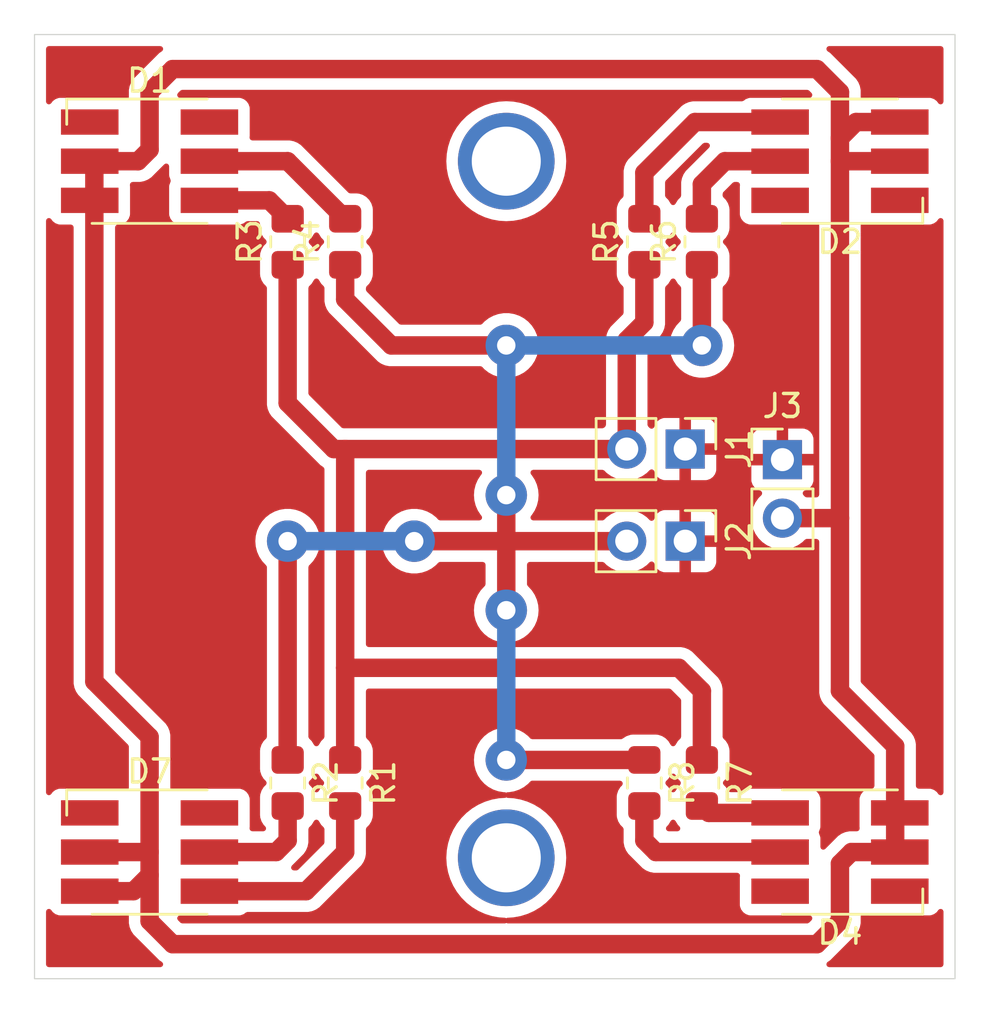
<source format=kicad_pcb>
(kicad_pcb (version 20240108) (generator "pcbnew") (generator_version "8.0")
  (layers (0 "F.Cu" signal) (31 "B.Cu" signal) (34 "B.Paste" user) (35 "F.Paste" user) (36 "B.SilkS" user "B.Silkscreen") (37 "F.SilkS" user "F.Silkscreen") (38 "B.Mask" user) (39 "F.Mask" user) (44 "Edge.Cuts" user))
  (net 0 "")
  (net 1 "Net-(D1-GK)")
  (net 2 "/VCC")
  (net 3 "Net-(D1-RK)")
  (net 4 "Net-(D2-RK)")
  (net 5 "Net-(D2-GK)")
  (net 6 "Net-(D4-GK)")
  (net 7 "Net-(D4-RK)")
  (net 8 "GND")
  (net 9 "/RED")
  (net 10 "/GR")
  (net 17 "Net-(D7-GK)")
  (net 18 "Net-(D7-RK)")
  (net 21 "/RED1")
  (net 22 "/GR1")
  (footprint "LED_SMD_Handsolder:LED_RGB_5050-6-HandSolder" (layer "F.Cu") (at 90 60)
    (property "Reference" "D7" (at 0 -3.5 180) (layer "F.SilkS"))
    (property "Value" "SMLVN6RGB")
    (fp_line (start -3.6 -2.7) (end 2.5 -2.7) (stroke (width 0.12)) (layer "F.SilkS"))
    (fp_line (start -3.6 -1.6) (end -3.6 -2.7) (stroke (width 0.12)) (layer "F.SilkS"))
    (fp_line (start 2.5 2.7) (end -2.5 2.7) (stroke (width 0.12)) (layer "F.SilkS"))
    (pad "1" smd rect (at -2.6 -1.7 90) (size 1.1 2.5) (layers "F.Cu" "F.Paste" "F.Mask"))
    (pad "2" smd rect (at -2.6 0 90) (size 1.1 2.5) (layers "F.Cu" "F.Paste" "F.Mask") (net 2 "/VCC"))
    (pad "3" smd rect (at -2.6 1.7 90) (size 1.1 2.5) (layers "F.Cu" "F.Paste" "F.Mask") (net 2 "/VCC"))
    (pad "4" smd rect (at 2.6 1.7 90) (size 1.1 2.5) (layers "F.Cu" "F.Paste" "F.Mask") (net 17 "Net-(D7-GK)"))
    (pad "5" smd rect (at 2.6 0 90) (size 1.1 2.5) (layers "F.Cu" "F.Paste" "F.Mask") (net 18 "Net-(D7-RK)"))
    (pad "6" smd rect (at 2.6 -1.7 90) (size 1.1 2.5) (layers "F.Cu" "F.Paste" "F.Mask"))
  )
  (footprint "Resistor_SMD:R_0805_2012Metric_Pad1.20x1.40mm_HandSolder" (layer "F.Cu") (at 111.5 33.5 90)
    (property "Reference" "R5" (at 0 -1.65 -90) (layer "F.SilkS"))
    (property "Value" "R")
    (fp_line (start -0.227064 -0.735) (end 0.227064 -0.735) (stroke (width 0.12)) (layer "F.SilkS"))
    (fp_line (start -0.227064 0.735) (end 0.227064 0.735) (stroke (width 0.12)) (layer "F.SilkS"))
    (pad "1" smd roundrect (at -1 0 90) (size 1.2 1.4) (layers "F.Cu" "F.Paste" "F.Mask") (roundrect_rratio 0.208333) (net 9 "/RED"))
    (pad "2" smd roundrect (at 1 0 90) (size 1.2 1.4) (layers "F.Cu" "F.Paste" "F.Mask") (roundrect_rratio 0.208333) (net 5 "Net-(D2-GK)"))
  )
  (footprint "Resistor_SMD:R_0805_2012Metric_Pad1.20x1.40mm_HandSolder" (layer "F.Cu") (at 111.5 57 -90)
    (property "Reference" "R8" (at 0 -1.65 90) (layer "F.SilkS"))
    (property "Value" "R")
    (fp_line (start -0.227064 0.735) (end 0.227064 0.735) (stroke (width 0.12)) (layer "F.SilkS"))
    (fp_line (start -0.227064 -0.735) (end 0.227064 -0.735) (stroke (width 0.12)) (layer "F.SilkS"))
    (pad "1" smd roundrect (at -1 0 270) (size 1.2 1.4) (layers "F.Cu" "F.Paste" "F.Mask") (roundrect_rratio 0.208333) (net 10 "/GR"))
    (pad "2" smd roundrect (at 1 0 270) (size 1.2 1.4) (layers "F.Cu" "F.Paste" "F.Mask") (roundrect_rratio 0.208333) (net 7 "Net-(D4-RK)"))
  )
  (footprint "Resistor_SMD:R_0805_2012Metric_Pad1.20x1.40mm_HandSolder" (layer "F.Cu") (at 98.5 33.5 90)
    (property "Reference" "R4" (at 0 -1.65 -90) (layer "F.SilkS"))
    (property "Value" "R")
    (fp_line (start -0.227064 -0.735) (end 0.227064 -0.735) (stroke (width 0.12)) (layer "F.SilkS"))
    (fp_line (start -0.227064 0.735) (end 0.227064 0.735) (stroke (width 0.12)) (layer "F.SilkS"))
    (pad "1" smd roundrect (at -1 0 90) (size 1.2 1.4) (layers "F.Cu" "F.Paste" "F.Mask") (roundrect_rratio 0.208333) (net 10 "/GR"))
    (pad "2" smd roundrect (at 1 0 90) (size 1.2 1.4) (layers "F.Cu" "F.Paste" "F.Mask") (roundrect_rratio 0.208333) (net 3 "Net-(D1-RK)"))
  )
  (footprint "LED_SMD_Handsolder:LED_RGB_5050-6-HandSolder" (layer "F.Cu") (at 120 30 180)
    (property "Reference" "D2" (at 0 -3.5 0) (layer "F.SilkS"))
    (property "Value" "SMLVN6RGB")
    (fp_line (start 2.5 2.7) (end -2.5 2.7) (stroke (width 0.12)) (layer "F.SilkS"))
    (fp_line (start -3.6 -1.6) (end -3.6 -2.7) (stroke (width 0.12)) (layer "F.SilkS"))
    (fp_line (start -3.6 -2.7) (end 2.5 -2.7) (stroke (width 0.12)) (layer "F.SilkS"))
    (pad "1" smd rect (at -2.6 -1.7 270) (size 1.1 2.5) (layers "F.Cu" "F.Paste" "F.Mask"))
    (pad "2" smd rect (at -2.6 0 270) (size 1.1 2.5) (layers "F.Cu" "F.Paste" "F.Mask") (net 2 "/VCC"))
    (pad "3" smd rect (at -2.6 1.7 270) (size 1.1 2.5) (layers "F.Cu" "F.Paste" "F.Mask") (net 2 "/VCC"))
    (pad "4" smd rect (at 2.6 1.7 270) (size 1.1 2.5) (layers "F.Cu" "F.Paste" "F.Mask") (net 5 "Net-(D2-GK)"))
    (pad "5" smd rect (at 2.6 0 270) (size 1.1 2.5) (layers "F.Cu" "F.Paste" "F.Mask") (net 4 "Net-(D2-RK)"))
    (pad "6" smd rect (at 2.6 -1.7 270) (size 1.1 2.5) (layers "F.Cu" "F.Paste" "F.Mask"))
  )
  (footprint "Resistor_SMD:R_0805_2012Metric_Pad1.20x1.40mm_HandSolder" (layer "F.Cu") (at 98.5 57 -90)
    (property "Reference" "R1" (at 0 -1.65 90) (layer "F.SilkS"))
    (property "Value" "R")
    (fp_line (start -0.227064 0.735) (end 0.227064 0.735) (stroke (width 0.12)) (layer "F.SilkS"))
    (fp_line (start -0.227064 -0.735) (end 0.227064 -0.735) (stroke (width 0.12)) (layer "F.SilkS"))
    (pad "1" smd roundrect (at -1 0 270) (size 1.2 1.4) (layers "F.Cu" "F.Paste" "F.Mask") (roundrect_rratio 0.208333) (net 9 "/RED"))
    (pad "2" smd roundrect (at 1 0 270) (size 1.2 1.4) (layers "F.Cu" "F.Paste" "F.Mask") (roundrect_rratio 0.208333) (net 17 "Net-(D7-GK)"))
  )
  (footprint "Resistor_SMD:R_0805_2012Metric_Pad1.20x1.40mm_HandSolder" (layer "F.Cu") (at 114 33.5 90)
    (property "Reference" "R6" (at 0 -1.65 -90) (layer "F.SilkS"))
    (property "Value" "R")
    (fp_line (start -0.227064 -0.735) (end 0.227064 -0.735) (stroke (width 0.12)) (layer "F.SilkS"))
    (fp_line (start -0.227064 0.735) (end 0.227064 0.735) (stroke (width 0.12)) (layer "F.SilkS"))
    (pad "1" smd roundrect (at -1 0 90) (size 1.2 1.4) (layers "F.Cu" "F.Paste" "F.Mask") (roundrect_rratio 0.208333) (net 10 "/GR"))
    (pad "2" smd roundrect (at 1 0 90) (size 1.2 1.4) (layers "F.Cu" "F.Paste" "F.Mask") (roundrect_rratio 0.208333) (net 4 "Net-(D2-RK)"))
  )
  (footprint "Connector_PinHeader_2.54mm:PinHeader_1x02_P2.54mm_Vertical" (layer "F.Cu") (at 113.275 46.5 -90)
    (property "Reference" "J2" (at 0 -2.33 90) (layer "F.SilkS"))
    (property "Value" "Conn_01x02_Pin")
    (fp_line (start -1.33 3.87) (end 1.33 3.87) (stroke (width 0.12)) (layer "F.SilkS"))
    (fp_line (start -1.33 1.27) (end -1.33 3.87) (stroke (width 0.12)) (layer "F.SilkS"))
    (fp_line (start -1.33 1.27) (end 1.33 1.27) (stroke (width 0.12)) (layer "F.SilkS"))
    (fp_line (start 1.33 1.27) (end 1.33 3.87) (stroke (width 0.12)) (layer "F.SilkS"))
    (fp_line (start -1.33 0) (end -1.33 -1.33) (stroke (width 0.12)) (layer "F.SilkS"))
    (fp_line (start -1.33 -1.33) (end 0 -1.33) (stroke (width 0.12)) (layer "F.SilkS"))
    (pad "1" thru_hole rect (at 0 0 270) (size 1.7 1.7) (drill 1) (layers "*.Cu" "*.Mask") (net 8 "GND"))
    (pad "2" thru_hole oval (at 0 2.54 270) (size 1.7 1.7) (drill 1) (layers "*.Cu" "*.Mask") (net 22 "/GR1"))
  )
  (footprint "Resistor_SMD:R_0805_2012Metric_Pad1.20x1.40mm_HandSolder" (layer "F.Cu") (at 96 33.5 90)
    (property "Reference" "R3" (at 0 -1.65 -90) (layer "F.SilkS"))
    (property "Value" "R")
    (fp_line (start -0.227064 -0.735) (end 0.227064 -0.735) (stroke (width 0.12)) (layer "F.SilkS"))
    (fp_line (start -0.227064 0.735) (end 0.227064 0.735) (stroke (width 0.12)) (layer "F.SilkS"))
    (pad "1" smd roundrect (at -1 0 90) (size 1.2 1.4) (layers "F.Cu" "F.Paste" "F.Mask") (roundrect_rratio 0.208333) (net 9 "/RED"))
    (pad "2" smd roundrect (at 1 0 90) (size 1.2 1.4) (layers "F.Cu" "F.Paste" "F.Mask") (roundrect_rratio 0.208333) (net 1 "Net-(D1-GK)"))
  )
  (footprint "Connector_PinHeader_2.54mm:PinHeader_1x02_P2.54mm_Vertical" (layer "F.Cu") (at 113.275 42.5 -90)
    (property "Reference" "J1" (at 0 -2.33 90) (layer "F.SilkS"))
    (property "Value" "Conn_01x02_Pin")
    (fp_line (start -1.33 3.87) (end 1.33 3.87) (stroke (width 0.12)) (layer "F.SilkS"))
    (fp_line (start -1.33 1.27) (end -1.33 3.87) (stroke (width 0.12)) (layer "F.SilkS"))
    (fp_line (start -1.33 1.27) (end 1.33 1.27) (stroke (width 0.12)) (layer "F.SilkS"))
    (fp_line (start 1.33 1.27) (end 1.33 3.87) (stroke (width 0.12)) (layer "F.SilkS"))
    (fp_line (start -1.33 0) (end -1.33 -1.33) (stroke (width 0.12)) (layer "F.SilkS"))
    (fp_line (start -1.33 -1.33) (end 0 -1.33) (stroke (width 0.12)) (layer "F.SilkS"))
    (pad "1" thru_hole rect (at 0 0 270) (size 1.7 1.7) (drill 1) (layers "*.Cu" "*.Mask") (net 8 "GND"))
    (pad "2" thru_hole oval (at 0 2.54 270) (size 1.7 1.7) (drill 1) (layers "*.Cu" "*.Mask") (net 21 "/RED1"))
  )
  (footprint "Resistor_SMD:R_0805_2012Metric_Pad1.20x1.40mm_HandSolder" (layer "F.Cu") (at 96 57 -90)
    (property "Reference" "R2" (at 0 -1.65 90) (layer "F.SilkS"))
    (property "Value" "R")
    (fp_line (start -0.227064 0.735) (end 0.227064 0.735) (stroke (width 0.12)) (layer "F.SilkS"))
    (fp_line (start -0.227064 -0.735) (end 0.227064 -0.735) (stroke (width 0.12)) (layer "F.SilkS"))
    (pad "1" smd roundrect (at -1 0 270) (size 1.2 1.4) (layers "F.Cu" "F.Paste" "F.Mask") (roundrect_rratio 0.208333) (net 10 "/GR"))
    (pad "2" smd roundrect (at 1 0 270) (size 1.2 1.4) (layers "F.Cu" "F.Paste" "F.Mask") (roundrect_rratio 0.208333) (net 18 "Net-(D7-RK)"))
  )
  (footprint "LED_SMD_Handsolder:LED_RGB_5050-6-HandSolder" (layer "F.Cu") (at 120 60 180)
    (property "Reference" "D4" (at 0 -3.5 0) (layer "F.SilkS"))
    (property "Value" "SMLVN6RGB")
    (fp_line (start 2.5 2.7) (end -2.5 2.7) (stroke (width 0.12)) (layer "F.SilkS"))
    (fp_line (start -3.6 -1.6) (end -3.6 -2.7) (stroke (width 0.12)) (layer "F.SilkS"))
    (fp_line (start -3.6 -2.7) (end 2.5 -2.7) (stroke (width 0.12)) (layer "F.SilkS"))
    (pad "1" smd rect (at -2.6 -1.7 270) (size 1.1 2.5) (layers "F.Cu" "F.Paste" "F.Mask"))
    (pad "2" smd rect (at -2.6 0 270) (size 1.1 2.5) (layers "F.Cu" "F.Paste" "F.Mask") (net 2 "/VCC"))
    (pad "3" smd rect (at -2.6 1.7 270) (size 1.1 2.5) (layers "F.Cu" "F.Paste" "F.Mask") (net 2 "/VCC"))
    (pad "4" smd rect (at 2.6 1.7 270) (size 1.1 2.5) (layers "F.Cu" "F.Paste" "F.Mask") (net 6 "Net-(D4-GK)"))
    (pad "5" smd rect (at 2.6 0 270) (size 1.1 2.5) (layers "F.Cu" "F.Paste" "F.Mask") (net 7 "Net-(D4-RK)"))
    (pad "6" smd rect (at 2.6 -1.7 270) (size 1.1 2.5) (layers "F.Cu" "F.Paste" "F.Mask"))
  )
  (footprint "LED_SMD_Handsolder:LED_RGB_5050-6-HandSolder" (layer "F.Cu") (at 90 30)
    (property "Reference" "D1" (at 0 -3.5 180) (layer "F.SilkS"))
    (property "Value" "SMLVN6RGB")
    (fp_line (start -3.6 -2.7) (end 2.5 -2.7) (stroke (width 0.12)) (layer "F.SilkS"))
    (fp_line (start -3.6 -1.6) (end -3.6 -2.7) (stroke (width 0.12)) (layer "F.SilkS"))
    (fp_line (start 2.5 2.7) (end -2.5 2.7) (stroke (width 0.12)) (layer "F.SilkS"))
    (pad "1" smd rect (at -2.6 -1.7 90) (size 1.1 2.5) (layers "F.Cu" "F.Paste" "F.Mask"))
    (pad "2" smd rect (at -2.6 0 90) (size 1.1 2.5) (layers "F.Cu" "F.Paste" "F.Mask") (net 2 "/VCC"))
    (pad "3" smd rect (at -2.6 1.7 90) (size 1.1 2.5) (layers "F.Cu" "F.Paste" "F.Mask") (net 2 "/VCC"))
    (pad "4" smd rect (at 2.6 1.7 90) (size 1.1 2.5) (layers "F.Cu" "F.Paste" "F.Mask") (net 1 "Net-(D1-GK)"))
    (pad "5" smd rect (at 2.6 0 90) (size 1.1 2.5) (layers "F.Cu" "F.Paste" "F.Mask") (net 3 "Net-(D1-RK)"))
    (pad "6" smd rect (at 2.6 -1.7 90) (size 1.1 2.5) (layers "F.Cu" "F.Paste" "F.Mask"))
  )
  (footprint "Connector_PinHeader_2.54mm:PinHeader_1x02_P2.54mm_Vertical" (layer "F.Cu") (at 117.5 42.96)
    (property "Reference" "J3" (at 0 -2.33 0) (layer "F.SilkS"))
    (property "Value" "Conn_01x02_Pin")
    (fp_line (start -1.33 -1.33) (end 0 -1.33) (stroke (width 0.12)) (layer "F.SilkS"))
    (fp_line (start -1.33 0) (end -1.33 -1.33) (stroke (width 0.12)) (layer "F.SilkS"))
    (fp_line (start -1.33 1.27) (end -1.33 3.87) (stroke (width 0.12)) (layer "F.SilkS"))
    (fp_line (start -1.33 1.27) (end 1.33 1.27) (stroke (width 0.12)) (layer "F.SilkS"))
    (fp_line (start -1.33 3.87) (end 1.33 3.87) (stroke (width 0.12)) (layer "F.SilkS"))
    (fp_line (start 1.33 1.27) (end 1.33 3.87) (stroke (width 0.12)) (layer "F.SilkS"))
    (pad "1" thru_hole rect (at 0 0) (size 1.7 1.7) (drill 1) (layers "*.Cu" "*.Mask") (net 8 "GND"))
    (pad "2" thru_hole oval (at 0 2.54) (size 1.7 1.7) (drill 1) (layers "*.Cu" "*.Mask") (net 2 "/VCC"))
  )
  (footprint "Resistor_SMD:R_0805_2012Metric_Pad1.20x1.40mm_HandSolder" (layer "F.Cu") (at 114 57 -90)
    (property "Reference" "R7" (at 0 -1.65 90) (layer "F.SilkS"))
    (property "Value" "R")
    (fp_line (start -0.227064 0.735) (end 0.227064 0.735) (stroke (width 0.12)) (layer "F.SilkS"))
    (fp_line (start -0.227064 -0.735) (end 0.227064 -0.735) (stroke (width 0.12)) (layer "F.SilkS"))
    (pad "1" smd roundrect (at -1 0 270) (size 1.2 1.4) (layers "F.Cu" "F.Paste" "F.Mask") (roundrect_rratio 0.208333) (net 9 "/RED"))
    (pad "2" smd roundrect (at 1 0 270) (size 1.2 1.4) (layers "F.Cu" "F.Paste" "F.Mask") (roundrect_rratio 0.208333) (net 6 "Net-(D4-GK)"))
  )
  (gr_rect (start 85 24.5) (end 125 65.5) (stroke (width 0.05)) (fill none) (layer "Edge.Cuts"))
  (via (at 105.5 60.25) (size 4.2) (drill 3) (layers "F.Cu" "B.Cu") (net 0))
  (via (at 105.5 30) (size 4.2) (drill 3) (layers "F.Cu" "B.Cu") (net 0))
  (segment (start 95.2 31.7) (end 96 32.5) (width 0.8) (layer "F.Cu") (net 1))
  (segment (start 92.4 31.7) (end 95.2 31.7) (width 0.8) (layer "F.Cu") (net 1))
  (segment (start 90 29.5) (end 90 27) (width 0.8) (layer "F.Cu") (net 2))
  (segment (start 91 64) (end 119 64) (width 0.8) (layer "F.Cu") (net 2))
  (segment (start 119 64) (end 120 63) (width 0.8) (layer "F.Cu") (net 2))
  (segment (start 120.7 28.3) (end 120 29) (width 0.8) (layer "F.Cu") (net 2))
  (segment (start 120 60.5) (end 120.5 60) (width 0.8) (layer "F.Cu") (net 2))
  (segment (start 90 61) (end 90 63) (width 0.8) (layer "F.Cu") (net 2))
  (segment (start 122.4 60) (end 122.4 55.4) (width 0.8) (layer "F.Cu") (net 2))
  (segment (start 122.4 55.4) (end 121 54) (width 0.8) (layer "F.Cu") (net 2))
  (segment (start 117.5 45.5) (end 120 45.5) (width 0.8) (layer "F.Cu") (net 2))
  (segment (start 120 45.5) (end 120 53) (width 0.8) (layer "F.Cu") (net 2))
  (segment (start 87.6 30) (end 89.5 30) (width 0.8) (layer "F.Cu") (net 2))
  (segment (start 90 63) (end 91 64) (width 0.8) (layer "F.Cu") (net 2))
  (segment (start 120 63) (end 120 60.5) (width 0.8) (layer "F.Cu") (net 2))
  (segment (start 120.5 60) (end 122.4 60) (width 0.8) (layer "F.Cu") (net 2))
  (segment (start 87.6 52.6) (end 90 55) (width 0.8) (layer "F.Cu") (net 2))
  (segment (start 120 27) (end 120 29) (width 0.8) (layer "F.Cu") (net 2))
  (segment (start 90 27) (end 91 26) (width 0.8) (layer "F.Cu") (net 2))
  (segment (start 120 53) (end 121 54) (width 0.8) (layer "F.Cu") (net 2))
  (segment (start 87.6 60) (end 90 60) (width 0.8) (layer "F.Cu") (net 2))
  (segment (start 87.6 30) (end 87.6 52.6) (width 0.8) (layer "F.Cu") (net 2))
  (segment (start 122.4 28.3) (end 120.7 28.3) (width 0.8) (layer "F.Cu") (net 2))
  (segment (start 91 26) (end 119 26) (width 0.8) (layer "F.Cu") (net 2))
  (segment (start 120 30) (end 122.4 30) (width 0.8) (layer "F.Cu") (net 2))
  (segment (start 89.3 61.7) (end 87.6 61.7) (width 0.8) (layer "F.Cu") (net 2))
  (segment (start 90 60) (end 90 61) (width 0.8) (layer "F.Cu") (net 2))
  (segment (start 90 55) (end 90 60) (width 0.8) (layer "F.Cu") (net 2))
  (segment (start 120 29) (end 120 30) (width 0.8) (layer "F.Cu") (net 2))
  (segment (start 90 61) (end 89.3 61.7) (width 0.8) (layer "F.Cu") (net 2))
  (segment (start 119 26) (end 120 27) (width 0.8) (layer "F.Cu") (net 2))
  (segment (start 89.5 30) (end 90 29.5) (width 0.8) (layer "F.Cu") (net 2))
  (segment (start 120 30) (end 120 45.5) (width 0.8) (layer "F.Cu") (net 2))
  (segment (start 96 30) (end 98.5 32.5) (width 0.8) (layer "F.Cu") (net 3))
  (segment (start 92.4 30) (end 96 30) (width 0.8) (layer "F.Cu") (net 3))
  (segment (start 114 31) (end 114 32.5) (width 0.8) (layer "F.Cu") (net 4))
  (segment (start 115 30) (end 114 31) (width 0.8) (layer "F.Cu") (net 4))
  (segment (start 117.6 30) (end 115 30) (width 0.8) (layer "F.Cu") (net 4))
  (segment (start 111.5 30.5) (end 111.5 32.5) (width 0.8) (layer "F.Cu") (net 5))
  (segment (start 117.6 28.3) (end 113.7 28.3) (width 0.8) (layer "F.Cu") (net 5))
  (segment (start 113.7 28.3) (end 111.5 30.5) (width 0.8) (layer "F.Cu") (net 5))
  (segment (start 117.6 58.3) (end 114.3 58.3) (width 0.8) (layer "F.Cu") (net 6))
  (segment (start 114.3 58.3) (end 114 58) (width 0.8) (layer "F.Cu") (net 6))
  (segment (start 111.5 58) (end 111.5 59.5) (width 0.8) (layer "F.Cu") (net 7))
  (segment (start 111.5 59.5) (end 112 60) (width 0.8) (layer "F.Cu") (net 7))
  (segment (start 112 60) (end 117.6 60) (width 0.8) (layer "F.Cu") (net 7))
  (segment (start 114 53) (end 113 52) (width 0.8) (layer "F.Cu") (net 9))
  (segment (start 98 42.5) (end 98.5 42.5) (width 0.8) (layer "F.Cu") (net 9))
  (segment (start 98.5 52) (end 98.5 42.5) (width 0.8) (layer "F.Cu") (net 9))
  (segment (start 96 40.5) (end 98 42.5) (width 0.8) (layer "F.Cu") (net 9))
  (segment (start 98.5 56) (end 98.5 52) (width 0.8) (layer "F.Cu") (net 9))
  (segment (start 114 56) (end 114 53) (width 0.8) (layer "F.Cu") (net 9))
  (segment (start 96 34.5) (end 96 40.5) (width 0.8) (layer "F.Cu") (net 9))
  (segment (start 110.735 42.5) (end 110.735 37.765) (width 0.8) (layer "F.Cu") (net 9))
  (segment (start 113 52) (end 98.5 52) (width 0.8) (layer "F.Cu") (net 9))
  (segment (start 111.5 37) (end 111.5 34.5) (width 0.8) (layer "F.Cu") (net 9))
  (segment (start 98.5 42.5) (end 110.735 42.5) (width 0.8) (layer "F.Cu") (net 9))
  (segment (start 110.735 37.765) (end 111.5 37) (width 0.8) (layer "F.Cu") (net 9))
  (segment (start 105.5 44.5) (end 105.5 46.5) (width 0.8) (layer "F.Cu") (net 10))
  (segment (start 114 34.5) (end 114 38) (width 0.8) (layer "F.Cu") (net 10))
  (segment (start 111.5 56) (end 105.5 56) (width 0.8) (layer "F.Cu") (net 10))
  (segment (start 101.5 46.5) (end 105.5 46.5) (width 0.8) (layer "F.Cu") (net 10))
  (segment (start 98.5 36) (end 100.5 38) (width 0.8) (layer "F.Cu") (net 10))
  (segment (start 105.5 46.5) (end 110.735 46.5) (width 0.8) (layer "F.Cu") (net 10))
  (segment (start 98.5 34.5) (end 98.5 36) (width 0.8) (layer "F.Cu") (net 10))
  (segment (start 100.5 38) (end 105.5 38) (width 0.8) (layer "F.Cu") (net 10))
  (segment (start 96 46.5) (end 96 56) (width 0.8) (layer "F.Cu") (net 10))
  (segment (start 105.5 49.5) (end 105.5 46.5) (width 0.8) (layer "F.Cu") (net 10))
  (via (at 101.5 46.5) (size 1.8) (drill 0.8) (layers "F.Cu" "B.Cu") (net 10))
  (via (at 96 46.5) (size 1.8) (drill 0.8) (layers "F.Cu" "B.Cu") (net 10))
  (via (at 105.5 38) (size 1.8) (drill 0.8) (layers "F.Cu" "B.Cu") (net 10))
  (via (at 114 38) (size 1.8) (drill 0.8) (layers "F.Cu" "B.Cu") (net 10))
  (via (at 105.5 56) (size 1.8) (drill 0.8) (layers "F.Cu" "B.Cu") (net 10))
  (via (at 105.5 44.5) (size 1.8) (drill 0.8) (layers "F.Cu" "B.Cu") (net 10))
  (via (at 105.5 49.5) (size 1.8) (drill 0.8) (layers "F.Cu" "B.Cu") (net 10))
  (segment (start 105.5 38) (end 105.5 44.5) (width 0.8) (layer "B.Cu") (net 10))
  (segment (start 114 38) (end 105.5 38) (width 0.8) (layer "B.Cu") (net 10))
  (segment (start 105.5 56) (end 105.5 49.5) (width 0.8) (layer "B.Cu") (net 10))
  (segment (start 96 46.5) (end 101.5 46.5) (width 0.8) (layer "B.Cu") (net 10))
  (segment (start 98.5 58) (end 98.5 60) (width 0.8) (layer "F.Cu") (net 17))
  (segment (start 96.8 61.7) (end 92.4 61.7) (width 0.8) (layer "F.Cu") (net 17))
  (segment (start 98.5 60) (end 96.8 61.7) (width 0.8) (layer "F.Cu") (net 17))
  (segment (start 96 58) (end 96 59.5) (width 0.8) (layer "F.Cu") (net 18))
  (segment (start 95.5 60) (end 92.4 60) (width 0.8) (layer "F.Cu") (net 18))
  (segment (start 96 59.5) (end 95.5 60) (width 0.8) (layer "F.Cu") (net 18))
  (zone (net 8) (net_name "GND") (layer "F.Cu") (connect_pads (clearance 0.5)) (min_thickness 0.25) (fill yes (thermal_gap 0.5) (thermal_bridge_width 0.5) (island_removal_mode 1) (island_area_min 10))
    (polygon (pts (xy 83.5 23) (xy 83.5 67.5) (xy 126.5 67.5) (xy 126.5 23)))
  )
)
</source>
